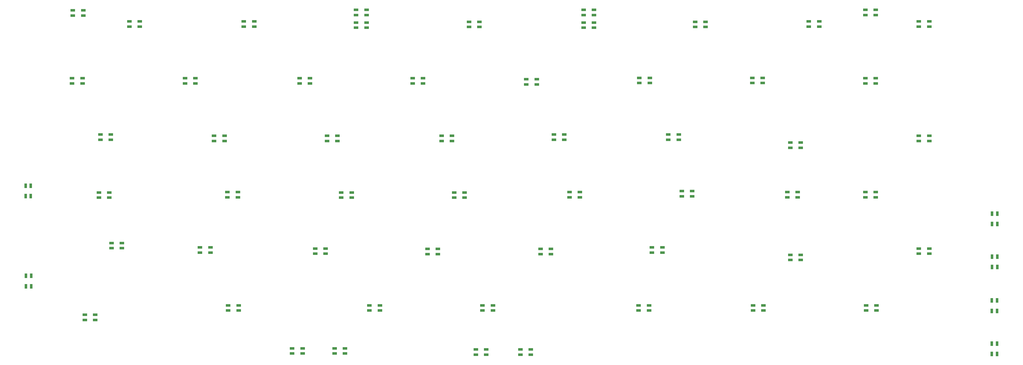
<source format=gbr>
%TF.GenerationSoftware,KiCad,Pcbnew,9.0.2*%
%TF.CreationDate,2025-07-28T10:47:05-04:00*%
%TF.ProjectId,Riptide,52697074-6964-4652-9e6b-696361645f70,rev?*%
%TF.SameCoordinates,Original*%
%TF.FileFunction,Paste,Top*%
%TF.FilePolarity,Positive*%
%FSLAX46Y46*%
G04 Gerber Fmt 4.6, Leading zero omitted, Abs format (unit mm)*
G04 Created by KiCad (PCBNEW 9.0.2) date 2025-07-28 10:47:05*
%MOMM*%
%LPD*%
G01*
G04 APERTURE LIST*
%ADD10R,1.600000X0.850000*%
%ADD11R,0.850000X1.600000*%
G04 APERTURE END LIST*
D10*
%TO.C,LED45*%
X286250000Y-85000000D03*
X286250000Y-86750000D03*
X289750000Y-86750000D03*
X289750000Y-85000000D03*
%TD*%
%TO.C,LED25*%
X122250000Y-46625000D03*
X122250000Y-48375000D03*
X125750000Y-48375000D03*
X125750000Y-46625000D03*
%TD*%
%TO.C,LED7*%
X144750000Y-25375000D03*
X144750000Y-23625000D03*
X141250000Y-23625000D03*
X141250000Y-25375000D03*
%TD*%
%TO.C,LED37*%
X93500000Y-66000000D03*
X93500000Y-67750000D03*
X97000000Y-67750000D03*
X97000000Y-66000000D03*
%TD*%
%TO.C,LED46*%
X312500000Y-85000000D03*
X312500000Y-86750000D03*
X316000000Y-86750000D03*
X316000000Y-85000000D03*
%TD*%
%TO.C,LED48*%
X287250000Y-106125000D03*
X287250000Y-107875000D03*
X290750000Y-107875000D03*
X290750000Y-106125000D03*
%TD*%
%TO.C,LED59*%
X236250000Y-123125000D03*
X236250000Y-124875000D03*
X239750000Y-124875000D03*
X239750000Y-123125000D03*
%TD*%
%TO.C,LED11*%
X119750000Y-137625000D03*
X119750000Y-139375000D03*
X123250000Y-139375000D03*
X123250000Y-137625000D03*
%TD*%
%TO.C,LED53*%
X88750000Y-103625000D03*
X88750000Y-105375000D03*
X92250000Y-105375000D03*
X92250000Y-103625000D03*
%TD*%
%TO.C,LED44*%
X250750000Y-84625000D03*
X250750000Y-86375000D03*
X254250000Y-86375000D03*
X254250000Y-84625000D03*
%TD*%
%TO.C,LED26*%
X160250000Y-46625000D03*
X160250000Y-48375000D03*
X163750000Y-48375000D03*
X163750000Y-46625000D03*
%TD*%
%TO.C,LED16*%
X293500000Y-27500000D03*
X293500000Y-29250000D03*
X297000000Y-29250000D03*
X297000000Y-27500000D03*
%TD*%
D11*
%TO.C,LED4*%
X355125000Y-95750000D03*
X356875000Y-95750000D03*
X356875000Y-92250000D03*
X355125000Y-92250000D03*
%TD*%
D10*
%TO.C,LED33*%
X246250000Y-65625000D03*
X246250000Y-67375000D03*
X249750000Y-67375000D03*
X249750000Y-65625000D03*
%TD*%
%TO.C,LED61*%
X312750000Y-123125000D03*
X312750000Y-124875000D03*
X316250000Y-124875000D03*
X316250000Y-123125000D03*
%TD*%
%TO.C,LED32*%
X287250000Y-68325000D03*
X287250000Y-70075000D03*
X290750000Y-70075000D03*
X290750000Y-68325000D03*
%TD*%
%TO.C,LED55*%
X50000000Y-126325000D03*
X50000000Y-128075000D03*
X53500000Y-128075000D03*
X53500000Y-126325000D03*
%TD*%
%TO.C,LED22*%
X65000000Y-27500000D03*
X65000000Y-29250000D03*
X68500000Y-29250000D03*
X68500000Y-27500000D03*
%TD*%
%TO.C,LED49*%
X240750000Y-103625000D03*
X240750000Y-105375000D03*
X244250000Y-105375000D03*
X244250000Y-103625000D03*
%TD*%
%TO.C,LED36*%
X131500000Y-66000000D03*
X131500000Y-67750000D03*
X135000000Y-67750000D03*
X135000000Y-66000000D03*
%TD*%
%TO.C,LED14*%
X196500000Y-138000000D03*
X196500000Y-139750000D03*
X200000000Y-139750000D03*
X200000000Y-138000000D03*
%TD*%
D11*
%TO.C,LED9*%
X31875000Y-82822500D03*
X30125000Y-82822500D03*
X30125000Y-86322500D03*
X31875000Y-86322500D03*
%TD*%
D10*
%TO.C,LED42*%
X174250000Y-85125000D03*
X174250000Y-86875000D03*
X177750000Y-86875000D03*
X177750000Y-85125000D03*
%TD*%
%TO.C,LED23*%
X45750000Y-46625000D03*
X45750000Y-48375000D03*
X49250000Y-48375000D03*
X49250000Y-46625000D03*
%TD*%
%TO.C,LED24*%
X83750000Y-46625000D03*
X83750000Y-48375000D03*
X87250000Y-48375000D03*
X87250000Y-46625000D03*
%TD*%
%TO.C,LED18*%
X217750000Y-27875000D03*
X217750000Y-29625000D03*
X221250000Y-29625000D03*
X221250000Y-27875000D03*
%TD*%
%TO.C,LED30*%
X312500000Y-46625000D03*
X312500000Y-48375000D03*
X316000000Y-48375000D03*
X316000000Y-46625000D03*
%TD*%
%TO.C,LED43*%
X213000000Y-85000000D03*
X213000000Y-86750000D03*
X216500000Y-86750000D03*
X216500000Y-85000000D03*
%TD*%
%TO.C,LED28*%
X236500000Y-46500000D03*
X236500000Y-48250000D03*
X240000000Y-48250000D03*
X240000000Y-46500000D03*
%TD*%
%TO.C,LED15*%
X330500000Y-27500000D03*
X330500000Y-29250000D03*
X334000000Y-29250000D03*
X334000000Y-27500000D03*
%TD*%
D11*
%TO.C,LED1*%
X355000000Y-139500000D03*
X356750000Y-139500000D03*
X356750000Y-136000000D03*
X355000000Y-136000000D03*
%TD*%
D10*
%TO.C,LED47*%
X330500000Y-104000000D03*
X330500000Y-105750000D03*
X334000000Y-105750000D03*
X334000000Y-104000000D03*
%TD*%
%TO.C,LED31*%
X330500000Y-66000000D03*
X330500000Y-67750000D03*
X334000000Y-67750000D03*
X334000000Y-66000000D03*
%TD*%
D11*
%TO.C,LED3*%
X355125000Y-110250000D03*
X356875000Y-110250000D03*
X356875000Y-106750000D03*
X355125000Y-106750000D03*
%TD*%
%TO.C,LED2*%
X355000000Y-125000000D03*
X356750000Y-125000000D03*
X356750000Y-121500000D03*
X355000000Y-121500000D03*
%TD*%
D10*
%TO.C,LED8*%
X49500000Y-25500000D03*
X49500000Y-23750000D03*
X46000000Y-23750000D03*
X46000000Y-25500000D03*
%TD*%
%TO.C,LED17*%
X255250000Y-27625000D03*
X255250000Y-29375000D03*
X258750000Y-29375000D03*
X258750000Y-27625000D03*
%TD*%
%TO.C,LED54*%
X59000000Y-102125000D03*
X59000000Y-103875000D03*
X62500000Y-103875000D03*
X62500000Y-102125000D03*
%TD*%
%TO.C,LED20*%
X141250000Y-27875000D03*
X141250000Y-29625000D03*
X144750000Y-29625000D03*
X144750000Y-27875000D03*
%TD*%
%TO.C,LED39*%
X54750000Y-85125000D03*
X54750000Y-86875000D03*
X58250000Y-86875000D03*
X58250000Y-85125000D03*
%TD*%
%TO.C,LED58*%
X183750000Y-123125000D03*
X183750000Y-124875000D03*
X187250000Y-124875000D03*
X187250000Y-123125000D03*
%TD*%
%TO.C,LED6*%
X221250000Y-25375000D03*
X221250000Y-23625000D03*
X217750000Y-23625000D03*
X217750000Y-25375000D03*
%TD*%
%TO.C,LED13*%
X181500000Y-138000000D03*
X181500000Y-139750000D03*
X185000000Y-139750000D03*
X185000000Y-138000000D03*
%TD*%
%TO.C,LED60*%
X274750000Y-123125000D03*
X274750000Y-124875000D03*
X278250000Y-124875000D03*
X278250000Y-123125000D03*
%TD*%
%TO.C,LED29*%
X274500000Y-46500000D03*
X274500000Y-48250000D03*
X278000000Y-48250000D03*
X278000000Y-46500000D03*
%TD*%
%TO.C,LED35*%
X170000000Y-66000000D03*
X170000000Y-67750000D03*
X173500000Y-67750000D03*
X173500000Y-66000000D03*
%TD*%
%TO.C,LED19*%
X179250000Y-27625000D03*
X179250000Y-29375000D03*
X182750000Y-29375000D03*
X182750000Y-27625000D03*
%TD*%
%TO.C,LED50*%
X203250000Y-104125000D03*
X203250000Y-105875000D03*
X206750000Y-105875000D03*
X206750000Y-104125000D03*
%TD*%
%TO.C,LED27*%
X198500000Y-47000000D03*
X198500000Y-48750000D03*
X202000000Y-48750000D03*
X202000000Y-47000000D03*
%TD*%
%TO.C,LED56*%
X98250000Y-123125000D03*
X98250000Y-124875000D03*
X101750000Y-124875000D03*
X101750000Y-123125000D03*
%TD*%
%TO.C,LED51*%
X165250000Y-104125000D03*
X165250000Y-105875000D03*
X168750000Y-105875000D03*
X168750000Y-104125000D03*
%TD*%
%TO.C,LED41*%
X136250000Y-85125000D03*
X136250000Y-86875000D03*
X139750000Y-86875000D03*
X139750000Y-85125000D03*
%TD*%
%TO.C,LED40*%
X98000000Y-85000000D03*
X98000000Y-86750000D03*
X101500000Y-86750000D03*
X101500000Y-85000000D03*
%TD*%
%TO.C,LED21*%
X103500000Y-27500000D03*
X103500000Y-29250000D03*
X107000000Y-29250000D03*
X107000000Y-27500000D03*
%TD*%
%TO.C,LED12*%
X134000000Y-137625000D03*
X134000000Y-139375000D03*
X137500000Y-139375000D03*
X137500000Y-137625000D03*
%TD*%
%TO.C,LED52*%
X127500000Y-104000000D03*
X127500000Y-105750000D03*
X131000000Y-105750000D03*
X131000000Y-104000000D03*
%TD*%
%TO.C,LED57*%
X145750000Y-123125000D03*
X145750000Y-124875000D03*
X149250000Y-124875000D03*
X149250000Y-123125000D03*
%TD*%
%TO.C,LED38*%
X55250000Y-65625000D03*
X55250000Y-67375000D03*
X58750000Y-67375000D03*
X58750000Y-65625000D03*
%TD*%
D11*
%TO.C,LED10*%
X32000000Y-113212500D03*
X30250000Y-113212500D03*
X30250000Y-116712500D03*
X32000000Y-116712500D03*
%TD*%
D10*
%TO.C,LED34*%
X207750000Y-65625000D03*
X207750000Y-67375000D03*
X211250000Y-67375000D03*
X211250000Y-65625000D03*
%TD*%
%TO.C,LED5*%
X316000000Y-25375000D03*
X316000000Y-23625000D03*
X312500000Y-23625000D03*
X312500000Y-25375000D03*
%TD*%
M02*

</source>
